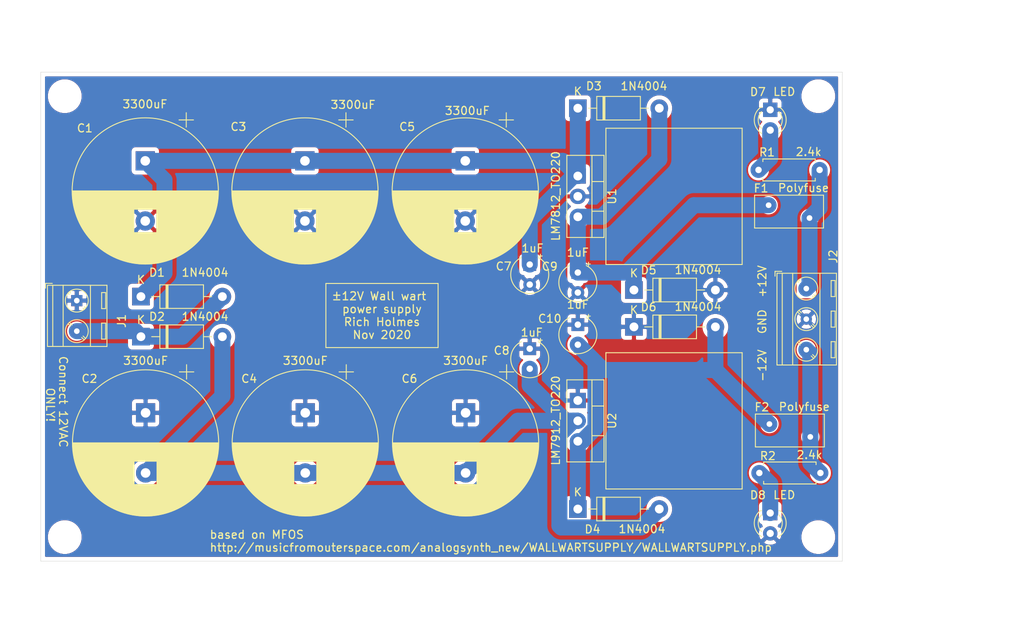
<source format=kicad_pcb>
(kicad_pcb (version 20171130) (host pcbnew "(5.1.7)-1")
  (layers (0 F.Cu signal) (31 B.Cu signal) (34 B.Paste user) (35 F.Paste user) (36 B.SilkS user) (37 F.SilkS user) (38 B.Mask user) (39 F.Mask user) (44 Edge.Cuts user))
  (net 0 "")
  (net 1 GND)
  (net 2 "Net-(C1-Pad1)")
  (net 3 "Net-(C2-Pad2)")
  (net 4 "Net-(C9-Pad1)")
  (net 5 "Net-(C10-Pad2)")
  (net 6 "Net-(D1-Pad2)")
  (net 7 "Net-(D7-Pad2)")
  (net 8 "Net-(D8-Pad1)")
  (net 9 +12V)
  (net 10 -12V)
  (module TerminalBlock_MetzConnect:TerminalBlock_MetzConnect_Type086_RT03403HBLC_1x03_P3.81mm_Horizontal (layer F.Cu) (at 145.5 91 270)
    (fp_text reference J2 (at -4 -3.36 90) (layer F.SilkS))
    (fp_text value Conn_01x03)
    (pad 3 thru_hole circle (at 7.62 0 270) (size 1.4 1.4) (drill 0.7) (layers *.Cu *.Mask) (net 10 -12V))
    (pad 2 thru_hole circle (at 3.81 0 270) (size 1.4 1.4) (drill 0.7) (layers *.Cu *.Mask) (net 1 GND))
    (pad 1 thru_hole rect (at 0 0 270) (size 1.4 1.4) (drill 0.7) (layers *.Cu *.Mask) (net 9 +12V))
  )
  (module TerminalBlock_MetzConnect:TerminalBlock_MetzConnect_Type086_RT03402HBLC_1x02_P3.81mm_Horizontal (layer F.Cu) (at 54.5 92.5 270)
    (fp_text reference J1 (at 2.54 -5.6 90) (layer F.SilkS))
    (fp_text value Conn_01x02)
    (pad 2 thru_hole circle (at 3.81 0 270) (size 1.4 1.4) (drill 0.7) (layers *.Cu *.Mask) (net 6 "Net-(D1-Pad2)"))
    (pad 1 thru_hole rect (at 0 0 270) (size 1.4 1.4) (drill 0.7) (layers *.Cu *.Mask) (net 1 GND))
  )
  (module Capacitor_THT:CP_Radial_D18.0mm_P7.50mm (layer F.Cu) (at 102.96 75.07 270)
    (fp_text reference C5 (at -4.25 7.25 180) (layer F.SilkS))
    (fp_text value 3300uF)
    (fp_text user %V (at -6.25 -0.25) (layer F.SilkS))
    (pad 2 thru_hole circle (at 7.5 0 270) (size 2.4 2.4) (drill 1.2) (layers *.Cu *.Mask) (net 1 GND))
    (pad 1 thru_hole rect (at 0 0 270) (size 2.4 2.4) (drill 1.2) (layers *.Cu *.Mask) (net 2 "Net-(C1-Pad1)"))
  )
  (module Capacitor_THT:CP_Radial_D18.0mm_P7.50mm (layer F.Cu) (at 82.96 75.07 270)
    (fp_text reference C3 (at -4.25 8.3 180) (layer F.SilkS))
    (fp_text value 3300uF)
    (fp_text user %V (at -7 -6) (layer F.SilkS))
    (pad 2 thru_hole circle (at 7.5 0 270) (size 2.4 2.4) (drill 1.2) (layers *.Cu *.Mask) (net 1 GND))
    (pad 1 thru_hole rect (at 0 0 270) (size 2.4 2.4) (drill 1.2) (layers *.Cu *.Mask) (net 2 "Net-(C1-Pad1)"))
  )
  (module Capacitor_THT:CP_Radial_D18.0mm_P7.50mm (layer F.Cu) (at 63.04 75.07 270)
    (fp_text reference C1 (at -4.07 7.54 180) (layer F.SilkS))
    (fp_text value 3300uF)
    (fp_text user %V (at -7.07 0.04) (layer F.SilkS))
    (pad 1 thru_hole rect (at 0 0 270) (size 2.4 2.4) (drill 1.2) (layers *.Cu *.Mask) (net 2 "Net-(C1-Pad1)"))
    (pad 2 thru_hole circle (at 7.5 0 270) (size 2.4 2.4) (drill 1.2) (layers *.Cu *.Mask) (net 1 GND))
  )
  (module Capacitor_THT:CP_Radial_Tantal_D4.5mm_P2.50mm (layer F.Cu) (at 111 98.5 270)
    (fp_text reference C8 (at 0.228856 3.5 180) (layer F.SilkS))
    (fp_text value 1uF)
    (fp_text user %V (at -2.021144 -0.25) (layer F.SilkS))
    (pad 2 thru_hole circle (at 2.5 0 270) (size 1.6 1.6) (drill 0.8) (layers *.Cu *.Mask) (net 3 "Net-(C2-Pad2)"))
    (pad 1 thru_hole rect (at 0 0 270) (size 1.6 1.6) (drill 0.8) (layers *.Cu *.Mask) (net 1 GND))
  )
  (module Package_TO_SOT_THT:TO-220-3_Vertical (layer F.Cu) (at 117 104.96 270)
    (fp_text reference U2 (at 2.54 -4.27 90) (layer F.SilkS))
    (fp_text value LM7912_TO220)
    (fp_text user %V (at 2.5 2.75 270) (layer F.SilkS))
    (pad 3 thru_hole oval (at 5.08 0 270) (size 1.905 2) (drill 1.1) (layers *.Cu *.Mask) (net 5 "Net-(C10-Pad2)"))
    (pad 2 thru_hole oval (at 2.54 0 270) (size 1.905 2) (drill 1.1) (layers *.Cu *.Mask) (net 3 "Net-(C2-Pad2)"))
    (pad 1 thru_hole rect (at 0 0 270) (size 1.905 2) (drill 1.1) (layers *.Cu *.Mask) (net 1 GND))
  )
  (module Diode_THT:D_DO-41_SOD81_P10.16mm_Horizontal (layer F.Cu) (at 117 118.5)
    (fp_text reference D4 (at 1.83 2.53) (layer F.SilkS))
    (fp_text value 1N4004)
    (fp_text user K (at 0 -2.1) (layer F.SilkS))
    (fp_text user %V (at 8 2.5) (layer F.SilkS))
    (pad 2 thru_hole oval (at 10.16 0) (size 2.2 2.2) (drill 1.1) (layers *.Cu *.Mask) (net 3 "Net-(C2-Pad2)"))
    (pad 1 thru_hole rect (at 0 0) (size 2.2 2.2) (drill 1.1) (layers *.Cu *.Mask) (net 5 "Net-(C10-Pad2)"))
  )
  (module ao_tht:MountingHole_3.2mm_M3 (layer F.Cu) (at 147 67)
    (fp_text reference REF** hide)
    (fp_text value MountingHole_3.2mm_M3)
    (pad 1 np_thru_hole circle (at 0 0) (size 3.2 3.2) (drill 3.2) (layers *.Cu *.Mask))
  )
  (module ao_tht:MountingHole_3.2mm_M3 (layer F.Cu) (at 147 122)
    (fp_text reference REF** hide)
    (fp_text value MountingHole_3.2mm_M3)
    (pad 1 np_thru_hole circle (at 0 0) (size 3.2 3.2) (drill 3.2) (layers *.Cu *.Mask))
  )
  (module ao_tht:MountingHole_3.2mm_M3 (layer F.Cu) (at 53 122)
    (fp_text reference REF** hide)
    (fp_text value MountingHole_3.2mm_M3)
    (pad 1 np_thru_hole circle (at 0 0) (size 3.2 3.2) (drill 3.2) (layers *.Cu *.Mask))
  )
  (module ao_tht:MountingHole_3.2mm_M3 (layer F.Cu) (at 53 67)
    (fp_text reference REF** hide)
    (fp_text value MountingHole_3.2mm_M3)
    (pad 1 np_thru_hole circle (at 0 0) (size 3.2 3.2) (drill 3.2) (layers *.Cu *.Mask))
  )
  (module Package_TO_SOT_THT:TO-220-3_Vertical (layer F.Cu) (at 117 76.96 270)
    (fp_text reference U1 (at 2.54 -4.27 90) (layer F.SilkS))
    (fp_text value LM7812_TO220)
    (fp_text user %V (at 2.5 2.75 270) (layer F.SilkS))
    (pad 3 thru_hole oval (at 5.08 0 270) (size 1.905 2) (drill 1.1) (layers *.Cu *.Mask) (net 4 "Net-(C9-Pad1)"))
    (pad 2 thru_hole oval (at 2.54 0 270) (size 1.905 2) (drill 1.1) (layers *.Cu *.Mask) (net 1 GND))
    (pad 1 thru_hole rect (at 0 0 270) (size 1.905 2) (drill 1.1) (layers *.Cu *.Mask) (net 2 "Net-(C1-Pad1)"))
  )
  (module Resistor_THT:R_Axial_DIN0207_L6.3mm_D2.5mm_P7.62mm_Horizontal (layer F.Cu) (at 139.64 114)
    (fp_text reference R2 (at 1.06 -2.12) (layer F.SilkS))
    (fp_text value 2.4k)
    (fp_text user %V (at 6.25 -2.25) (layer F.SilkS))
    (pad 2 thru_hole oval (at 7.62 0) (size 1.6 1.6) (drill 0.8) (layers *.Cu *.Mask) (net 10 -12V))
    (pad 1 thru_hole circle (at 0 0) (size 1.6 1.6) (drill 0.8) (layers *.Cu *.Mask) (net 8 "Net-(D8-Pad1)"))
  )
  (module Resistor_THT:R_Axial_DIN0207_L6.3mm_D2.5mm_P7.62mm_Horizontal (layer F.Cu) (at 139.54 76.2)
    (fp_text reference R1 (at 1.06 -2.2) (layer F.SilkS))
    (fp_text value 2.4k)
    (fp_text user %V (at 6.25 -2.25) (layer F.SilkS))
    (pad 2 thru_hole oval (at 7.62 0) (size 1.6 1.6) (drill 0.8) (layers *.Cu *.Mask) (net 9 +12V))
    (pad 1 thru_hole circle (at 0 0) (size 1.6 1.6) (drill 0.8) (layers *.Cu *.Mask) (net 7 "Net-(D7-Pad2)"))
  )
  (module Fuse:Fuse_BelFuse_0ZRE0005FF_L8.3mm_W3.8mm (layer F.Cu) (at 146 109.5 180)
    (fp_text reference F2 (at 6.04 3.71) (layer F.SilkS))
    (fp_text value Polyfuse)
    (fp_text user %V (at 0.75 3.75 180) (layer F.SilkS))
    (pad 1 thru_hole circle (at 0 0 180) (size 1.27 1.27) (drill 0.71) (layers *.Cu *.Mask) (net 10 -12V))
    (pad 2 thru_hole circle (at 5.1 1.6 180) (size 1.27 1.27) (drill 0.71) (layers *.Cu *.Mask) (net 5 "Net-(C10-Pad2)"))
  )
  (module Fuse:Fuse_BelFuse_0ZRE0005FF_L8.3mm_W3.8mm (layer F.Cu) (at 145.9 82.2 180)
    (fp_text reference F1 (at 6.04 3.71) (layer F.SilkS))
    (fp_text value Polyfuse)
    (fp_text user %V (at 0.75 3.75 180) (layer F.SilkS))
    (pad 1 thru_hole circle (at 0 0 180) (size 1.27 1.27) (drill 0.71) (layers *.Cu *.Mask) (net 9 +12V))
    (pad 2 thru_hole circle (at 5.1 1.6 180) (size 1.27 1.27) (drill 0.71) (layers *.Cu *.Mask) (net 4 "Net-(C9-Pad1)"))
  )
  (module LED_THT:LED_D3.0mm (layer F.Cu) (at 141 119 270)
    (fp_text reference D8 (at -2.23 1.54 180) (layer F.SilkS))
    (fp_text value LED)
    (fp_text user %V (at -2.25 -1.75) (layer F.SilkS))
    (pad 2 thru_hole circle (at 2.54 0 270) (size 1.8 1.8) (drill 0.9) (layers *.Cu *.Mask) (net 1 GND))
    (pad 1 thru_hole rect (at 0 0 270) (size 1.8 1.8) (drill 0.9) (layers *.Cu *.Mask) (net 8 "Net-(D8-Pad1)"))
  )
  (module LED_THT:LED_D3.0mm (layer F.Cu) (at 141 68.7 270)
    (fp_text reference D7 (at -2.23 1.54 180) (layer F.SilkS))
    (fp_text value LED)
    (fp_text user %V (at -2.25 -1.75) (layer F.SilkS))
    (pad 2 thru_hole circle (at 2.54 0 270) (size 1.8 1.8) (drill 0.9) (layers *.Cu *.Mask) (net 7 "Net-(D7-Pad2)"))
    (pad 1 thru_hole rect (at 0 0 270) (size 1.8 1.8) (drill 0.9) (layers *.Cu *.Mask) (net 1 GND))
  )
  (module Diode_THT:D_DO-41_SOD81_P10.16mm_Horizontal (layer F.Cu) (at 124 95.777712)
    (fp_text reference D6 (at 1.83 -2.47) (layer F.SilkS))
    (fp_text value 1N4004)
    (fp_text user K (at 0 -2.1) (layer F.SilkS))
    (fp_text user %V (at 8 -2.5) (layer F.SilkS))
    (pad 2 thru_hole oval (at 10.16 0) (size 2.2 2.2) (drill 1.1) (layers *.Cu *.Mask) (net 5 "Net-(C10-Pad2)"))
    (pad 1 thru_hole rect (at 0 0) (size 2.2 2.2) (drill 1.1) (layers *.Cu *.Mask) (net 1 GND))
  )
  (module Diode_THT:D_DO-41_SOD81_P10.16mm_Horizontal (layer F.Cu) (at 124 91.18)
    (fp_text reference D5 (at 1.83 -2.47) (layer F.SilkS))
    (fp_text value 1N4004)
    (fp_text user K (at 0 -2.1) (layer F.SilkS))
    (fp_text user %V (at 8 -2.5) (layer F.SilkS))
    (pad 2 thru_hole oval (at 10.16 0) (size 2.2 2.2) (drill 1.1) (layers *.Cu *.Mask) (net 1 GND))
    (pad 1 thru_hole rect (at 0 0) (size 2.2 2.2) (drill 1.1) (layers *.Cu *.Mask) (net 4 "Net-(C9-Pad1)"))
  )
  (module Diode_THT:D_DO-41_SOD81_P10.16mm_Horizontal (layer F.Cu) (at 117 68.5)
    (fp_text reference D3 (at 2 -2.75) (layer F.SilkS))
    (fp_text value 1N4004)
    (fp_text user K (at 0 -2.1) (layer F.SilkS))
    (fp_text user %V (at 8.25 -2.75) (layer F.SilkS))
    (pad 2 thru_hole oval (at 10.16 0) (size 2.2 2.2) (drill 1.1) (layers *.Cu *.Mask) (net 4 "Net-(C9-Pad1)"))
    (pad 1 thru_hole rect (at 0 0) (size 2.2 2.2) (drill 1.1) (layers *.Cu *.Mask) (net 2 "Net-(C1-Pad1)"))
  )
  (module Diode_THT:D_DO-41_SOD81_P10.16mm_Horizontal (layer F.Cu) (at 62.5 97)
    (fp_text reference D2 (at 2 -2.5) (layer F.SilkS))
    (fp_text value 1N4004)
    (fp_text user K (at 0 -2.1) (layer F.SilkS))
    (fp_text user %V (at 8 -2.5) (layer F.SilkS))
    (pad 2 thru_hole oval (at 10.16 0) (size 2.2 2.2) (drill 1.1) (layers *.Cu *.Mask) (net 3 "Net-(C2-Pad2)"))
    (pad 1 thru_hole rect (at 0 0) (size 2.2 2.2) (drill 1.1) (layers *.Cu *.Mask) (net 6 "Net-(D1-Pad2)"))
  )
  (module Diode_THT:D_DO-41_SOD81_P10.16mm_Horizontal (layer F.Cu) (at 62.5 92)
    (fp_text reference D1 (at 2 -3) (layer F.SilkS))
    (fp_text value 1N4004)
    (fp_text user %V (at 8 -3) (layer F.SilkS))
    (fp_text user K (at 0 -2.1) (layer F.SilkS))
    (pad 1 thru_hole rect (at 0 0) (size 2.2 2.2) (drill 1.1) (layers *.Cu *.Mask) (net 2 "Net-(C1-Pad1)"))
    (pad 2 thru_hole oval (at 10.16 0) (size 2.2 2.2) (drill 1.1) (layers *.Cu *.Mask) (net 6 "Net-(D1-Pad2)"))
  )
  (module Capacitor_THT:CP_Radial_Tantal_D4.5mm_P2.50mm (layer F.Cu) (at 117 95.5 270)
    (fp_text reference C10 (at -0.75 3.5 180) (layer F.SilkS))
    (fp_text value 1uF)
    (fp_text user %V (at -2.5 0) (layer F.SilkS))
    (pad 2 thru_hole circle (at 2.5 0 270) (size 1.6 1.6) (drill 0.8) (layers *.Cu *.Mask) (net 5 "Net-(C10-Pad2)"))
    (pad 1 thru_hole rect (at 0 0 270) (size 1.6 1.6) (drill 0.8) (layers *.Cu *.Mask) (net 1 GND))
  )
  (module Capacitor_THT:CP_Radial_Tantal_D4.5mm_P2.50mm (layer F.Cu) (at 117 89 270)
    (fp_text reference C9 (at -0.75 3.5 180) (layer F.SilkS))
    (fp_text value 1uF)
    (fp_text user %V (at -2.5 0) (layer F.SilkS))
    (pad 2 thru_hole circle (at 2.5 0 270) (size 1.6 1.6) (drill 0.8) (layers *.Cu *.Mask) (net 1 GND))
    (pad 1 thru_hole rect (at 0 0 270) (size 1.6 1.6) (drill 0.8) (layers *.Cu *.Mask) (net 4 "Net-(C9-Pad1)"))
  )
  (module Capacitor_THT:CP_Radial_Tantal_D4.5mm_P2.50mm (layer F.Cu) (at 111 88 270)
    (fp_text reference C7 (at 0.228856 3.25 180) (layer F.SilkS))
    (fp_text value 1uF)
    (fp_text user %V (at -2.021144 -0.35) (layer F.SilkS))
    (pad 2 thru_hole circle (at 2.5 0 270) (size 1.6 1.6) (drill 0.8) (layers *.Cu *.Mask) (net 1 GND))
    (pad 1 thru_hole rect (at 0 0 270) (size 1.6 1.6) (drill 0.8) (layers *.Cu *.Mask) (net 2 "Net-(C1-Pad1)"))
  )
  (module Capacitor_THT:CP_Radial_D18.0mm_P7.50mm (layer F.Cu) (at 103 106.5 270)
    (fp_text reference C6 (at -4.25 7 180) (layer F.SilkS))
    (fp_text value 3300uF)
    (fp_text user %V (at -6.5 0) (layer F.SilkS))
    (pad 2 thru_hole circle (at 7.5 0 270) (size 2.4 2.4) (drill 1.2) (layers *.Cu *.Mask) (net 3 "Net-(C2-Pad2)"))
    (pad 1 thru_hole rect (at 0 0 270) (size 2.4 2.4) (drill 1.2) (layers *.Cu *.Mask) (net 1 GND))
  )
  (module Capacitor_THT:CP_Radial_D18.0mm_P7.50mm (layer F.Cu) (at 83 106.5 270)
    (fp_text reference C4 (at -4.25 7 180) (layer F.SilkS))
    (fp_text value 3300uF)
    (fp_text user %V (at -6.5 0) (layer F.SilkS))
    (pad 2 thru_hole circle (at 7.5 0 270) (size 2.4 2.4) (drill 1.2) (layers *.Cu *.Mask) (net 3 "Net-(C2-Pad2)"))
    (pad 1 thru_hole rect (at 0 0 270) (size 2.4 2.4) (drill 1.2) (layers *.Cu *.Mask) (net 1 GND))
  )
  (module Capacitor_THT:CP_Radial_D18.0mm_P7.50mm (layer F.Cu) (at 63.08 106.5 270)
    (fp_text reference C2 (at -4.25 7 180) (layer F.SilkS))
    (fp_text value 3300uF)
    (fp_text user %V (at -6.5 0) (layer F.SilkS))
    (pad 2 thru_hole circle (at 7.5 0 270) (size 2.4 2.4) (drill 1.2) (layers *.Cu *.Mask) (net 3 "Net-(C2-Pad2)"))
    (pad 1 thru_hole rect (at 0 0 270) (size 2.4 2.4) (drill 1.2) (layers *.Cu *.Mask) (net 1 GND))
  )
  (gr_text "Connect 12VAC \nONLY!" (at 52 105.5 270) (layer F.SilkS) (effects (font (size 1 1))))
  (gr_line (start 85.57 98.36) (end 85.57 90.36) (layer F.SilkS) (width 0.12))
  (gr_line (start 99.57 98.36) (end 85.57 98.36) (layer F.SilkS) (width 0.12))
  (gr_line (start 99.57 90.36) (end 99.57 98.36) (layer F.SilkS) (width 0.12))
  (gr_line (start 85.57 90.36) (end 99.57 90.36) (layer F.SilkS) (width 0.12))
  (gr_text "±12V Wall wart \npower supply\nRich Holmes\nNov 2020" (at 92.57 94.36) (layer F.SilkS) (effects (font (size 1 1))))
  (gr_line (start 137.5 116) (end 120.5 116) (layer F.SilkS) (width 0.12))
  (gr_line (start 137.5 99) (end 137.5 116) (layer F.SilkS) (width 0.12))
  (gr_line (start 120.5 99) (end 137.5 99) (layer F.SilkS) (width 0.12))
  (gr_line (start 120.5 116) (end 120.5 107.5) (layer F.SilkS) (width 0.12))
  (gr_line (start 120.5 107.5) (end 120.5 99) (layer F.SilkS) (width 0.12))
  (gr_text "based on MFOS \nhttp://musicfromouterspace.com/analogsynth_new/WALLWARTSUPPLY/WALLWARTSUPPLY.php" (at 71 122.5) (layer F.SilkS) (effects (font (size 1 1)) (justify left)))
  (gr_text GND (at 140 93.5 90) (layer F.SilkS) (effects (font (size 1 1)) (justify right)))
  (gr_text -12V (at 140 98.5 90) (layer F.SilkS) (effects (font (size 1 1)) (justify right)))
  (gr_text +12V (at 140 88 90) (layer F.SilkS) (effects (font (size 1 1)) (justify right)))
  (gr_line (start 50 125) (end 50 64) (layer Edge.Cuts) (width 0.05))
  (gr_line (start 150 125) (end 50 125) (layer Edge.Cuts) (width 0.05))
  (gr_line (start 150 64) (end 150 125) (layer Edge.Cuts) (width 0.05))
  (gr_line (start 50 64) (end 150 64) (layer Edge.Cuts) (width 0.05))
  (gr_line (start 120.5 88) (end 120.5 79.5) (layer F.SilkS) (width 0.12))
  (gr_line (start 137.5 88) (end 120.5 88) (layer F.SilkS) (width 0.12))
  (gr_line (start 137.5 71) (end 137.5 88) (layer F.SilkS) (width 0.12))
  (gr_line (start 120.5 71) (end 137.5 71) (layer F.SilkS) (width 0.12))
  (gr_line (start 120.5 79.5) (end 120.5 71) (layer F.SilkS) (width 0.12))
  (segment (start 63.04 75.07) (end 82.96 75.07) (width 2) (layer B.Cu) (net 2))
  (segment (start 82.96 75.07) (end 102.96 75.07) (width 2) (layer B.Cu) (net 2))
  (segment (start 117 76.96) (end 117 68.5) (width 2) (layer B.Cu) (net 2))
  (segment (start 115.11 75.07) (end 117 76.96) (width 2) (layer B.Cu) (net 2))
  (segment (start 102.96 75.07) (end 115.11 75.07) (width 2) (layer B.Cu) (net 2))
  (segment (start 111 82.408392) (end 111 88) (width 2) (layer B.Cu) (net 2))
  (segment (start 116.448392 76.96) (end 111 82.408392) (width 2) (layer B.Cu) (net 2))
  (segment (start 117 76.96) (end 116.448392 76.96) (width 2) (layer B.Cu) (net 2))
  (segment (start 65.440001 77.470001) (end 63.04 75.07) (width 2) (layer B.Cu) (net 2))
  (segment (start 65.440001 89.059999) (end 65.440001 77.470001) (width 2) (layer B.Cu) (net 2))
  (segment (start 62.5 92) (end 65.440001 89.059999) (width 2) (layer B.Cu) (net 2))
  (segment (start 63.08 114) (end 83 114) (width 2) (layer B.Cu) (net 3))
  (segment (start 83 114) (end 103 114) (width 2) (layer B.Cu) (net 3))
  (segment (start 109.509837 107.490163) (end 116.990163 107.490163) (width 2) (layer B.Cu) (net 3))
  (segment (start 103 114) (end 109.509837 107.490163) (width 2) (layer B.Cu) (net 3))
  (segment (start 116.980326 107.5) (end 116.990163 107.490163) (width 2) (layer B.Cu) (net 3))
  (segment (start 115.427498 107.5) (end 116.980326 107.5) (width 2) (layer B.Cu) (net 3))
  (segment (start 111 103.072502) (end 115.427498 107.5) (width 2) (layer B.Cu) (net 3))
  (segment (start 111 101) (end 111 103.072502) (width 2) (layer B.Cu) (net 3))
  (segment (start 116.428717 107.5) (end 116.980326 107.5) (width 2) (layer B.Cu) (net 3))
  (segment (start 114.699999 109.228718) (end 116.428717 107.5) (width 2) (layer B.Cu) (net 3))
  (segment (start 114.939999 120.800001) (end 114.699999 120.560001) (width 2) (layer B.Cu) (net 3))
  (segment (start 114.699999 120.560001) (end 114.699999 109.228718) (width 2) (layer B.Cu) (net 3))
  (segment (start 124.859999 120.800001) (end 114.939999 120.800001) (width 2) (layer B.Cu) (net 3))
  (segment (start 127.16 118.5) (end 124.859999 120.800001) (width 2) (layer B.Cu) (net 3))
  (segment (start 72.66 104.42) (end 63.08 114) (width 2) (layer B.Cu) (net 3))
  (segment (start 72.66 97) (end 72.66 104.42) (width 2) (layer B.Cu) (net 3))
  (segment (start 120 82.04) (end 117 82.04) (width 2) (layer B.Cu) (net 4))
  (segment (start 127.16 74.88) (end 120 82.04) (width 2) (layer B.Cu) (net 4))
  (segment (start 127.16 68.5) (end 127.16 74.88) (width 2) (layer B.Cu) (net 4))
  (segment (start 117 82.04) (end 117 89) (width 2) (layer B.Cu) (net 4))
  (segment (start 131.48 80.6) (end 140.8 80.6) (width 2) (layer B.Cu) (net 4))
  (segment (start 124 88.08) (end 131.48 80.6) (width 2) (layer B.Cu) (net 4))
  (segment (start 124 91.18) (end 124 88.08) (width 2) (layer B.Cu) (net 4))
  (segment (start 123.08 89) (end 124 88.08) (width 2) (layer B.Cu) (net 4))
  (segment (start 117 89) (end 123.08 89) (width 2) (layer B.Cu) (net 4))
  (segment (start 119.20001 100.20001) (end 117 98) (width 2) (layer B.Cu) (net 5))
  (segment (start 119.20001 108.391598) (end 119.20001 100.20001) (width 2) (layer B.Cu) (net 5))
  (segment (start 117.551608 110.04) (end 119.20001 108.391598) (width 2) (layer B.Cu) (net 5))
  (segment (start 117 110.04) (end 117.551608 110.04) (width 2) (layer B.Cu) (net 5))
  (segment (start 117 118.5) (end 117 110.04) (width 2) (layer B.Cu) (net 5))
  (segment (start 134.16 101.16) (end 140.9 107.9) (width 2) (layer B.Cu) (net 5))
  (segment (start 134.16 95.777712) (end 134.16 101.16) (width 2) (layer B.Cu) (net 5))
  (segment (start 120.16 101.16) (end 134.16 101.16) (width 2) (layer B.Cu) (net 5))
  (segment (start 117 98) (end 120.16 101.16) (width 2) (layer B.Cu) (net 5))
  (segment (start 61.81 96.31) (end 62.5 97) (width 2) (layer B.Cu) (net 6))
  (segment (start 54.5 96.31) (end 61.81 96.31) (width 2) (layer B.Cu) (net 6))
  (segment (start 67.66 97) (end 72.66 92) (width 2) (layer B.Cu) (net 6))
  (segment (start 62.5 97) (end 67.66 97) (width 2) (layer B.Cu) (net 6))
  (segment (start 141 74.74) (end 139.54 76.2) (width 2) (layer B.Cu) (net 7))
  (segment (start 141 71.24) (end 141 74.74) (width 2) (layer B.Cu) (net 7))
  (segment (start 141 115.36) (end 139.64 114) (width 2) (layer B.Cu) (net 8))
  (segment (start 141 119) (end 141 115.36) (width 2) (layer B.Cu) (net 8))
  (segment (start 147.16 80.94) (end 145.9 82.2) (width 2) (layer B.Cu) (net 9))
  (segment (start 147.16 76.2) (end 147.16 80.94) (width 2) (layer B.Cu) (net 9))
  (segment (start 145.9 90.6) (end 145.5 91) (width 2) (layer B.Cu) (net 9))
  (segment (start 145.9 82.2) (end 145.9 90.6) (width 2) (layer B.Cu) (net 9))
  (segment (start 146 112.74) (end 147.26 114) (width 2) (layer B.Cu) (net 10))
  (segment (start 146 109.5) (end 146 112.74) (width 2) (layer B.Cu) (net 10))
  (segment (start 146 99.12) (end 145.5 98.62) (width 2) (layer B.Cu) (net 10))
  (segment (start 146 109.5) (end 146 99.12) (width 2) (layer B.Cu) (net 10))
  (zone (net 1) (net_name GND) (layer B.Cu) (connect_pads (clearance 0.508)) (min_thickness 0.254) (fill yes (arc_segments 32) (thermal_gap 0.508) (thermal_bridge_width 0.508))
    (polygon (pts (xy 155 60) (xy 155 135) (xy 45 135) (xy 45 60)))
  )
  (zone (net 1) (net_name GND) (layer F.Cu) (connect_pads (clearance 0.508)) (min_thickness 0.254) (fill yes (arc_segments 32) (thermal_gap 0.508) (thermal_bridge_width 0.508))
    (polygon (pts (xy 155.41 135.12) (xy 44.92 135.12) (xy 44.92 60.19) (xy 155.41 60.19)))
  )
)
</source>
